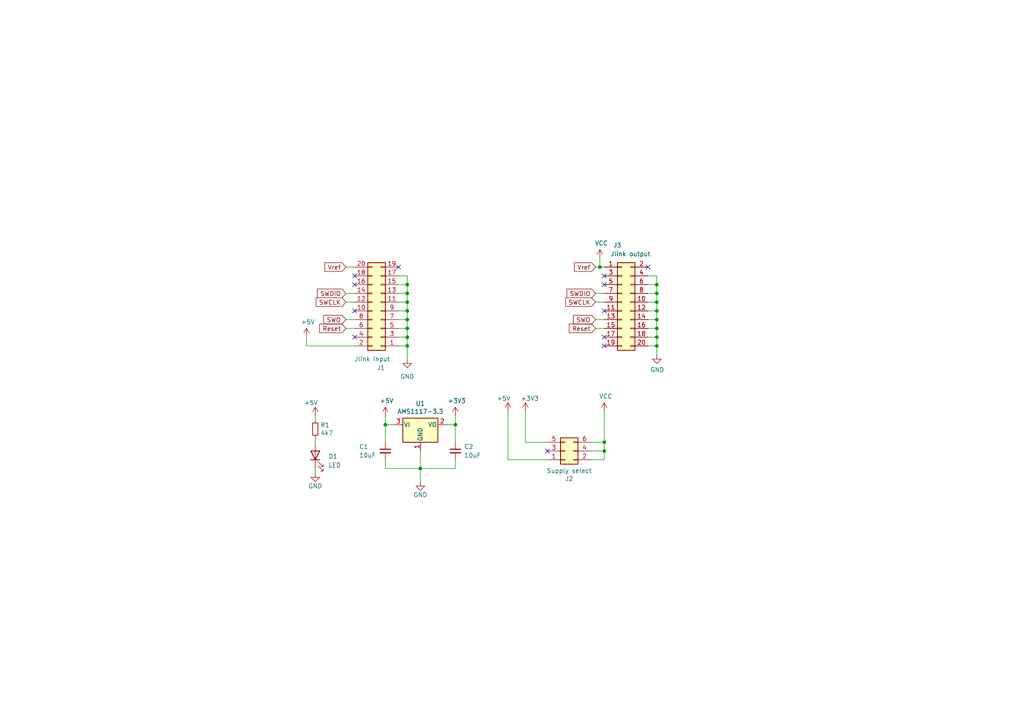
<source format=kicad_sch>
(kicad_sch (version 20211123) (generator eeschema)
  (paper "A4")
  (title_block (title "Jlink Power Supply") (date "2023-03-10") (rev "rev B") (company "Robert Haluczok"))
  (lib_symbols
    (symbol "Connector_Generic:Conn_02x03_Odd_Even" (pin_names (offset 1.016) hide)
      (property "Reference" "J" (at 1.27 5.08 0))
      (property "Value" "Conn_02x03_Odd_Even" (at 1.27 -5.08 0))
      (symbol "Conn_02x03_Odd_Even_1_1"
        (rectangle (start -1.27 -2.413) (end 0 -2.667) (stroke (width 0.1524)))
        (rectangle (start -1.27 0.127) (end 0 -0.127) (stroke (width 0.1524)))
        (rectangle (start -1.27 2.667) (end 0 2.413) (stroke (width 0.1524)))
        (rectangle (start -1.27 3.81) (end 3.81 -3.81) (stroke (width 0.254)) (fill (type background)))
        (rectangle (start 3.81 -2.413) (end 2.54 -2.667) (stroke (width 0.1524)))
        (rectangle (start 3.81 0.127) (end 2.54 -0.127) (stroke (width 0.1524)))
        (rectangle (start 3.81 2.667) (end 2.54 2.413) (stroke (width 0.1524)))
        (pin passive line (at -5.08 2.54 0) (length 3.81) (name "Pin_1") (number "1"))
        (pin passive line (at 7.62 2.54 180) (length 3.81) (name "Pin_2") (number "2"))
        (pin passive line (at -5.08 0 0) (length 3.81) (name "Pin_3") (number "3"))
        (pin passive line (at 7.62 0 180) (length 3.81) (name "Pin_4") (number "4"))
        (pin passive line (at -5.08 -2.54 0) (length 3.81) (name "Pin_5") (number "5"))
        (pin passive line (at 7.62 -2.54 180) (length 3.81) (name "Pin_6") (number "6"))
      )
    )
    (symbol "Connector_Generic:Conn_02x10_Odd_Even" (pin_names (offset 1.016) hide)
      (property "Reference" "J" (at 1.27 12.7 0))
      (property "Value" "Conn_02x10_Odd_Even" (at 1.27 -15.24 0))
      (symbol "Conn_02x10_Odd_Even_1_1"
        (rectangle (start -1.27 -12.573) (end 0 -12.827) (stroke (width 0.1524)))
        (rectangle (start -1.27 -10.033) (end 0 -10.287) (stroke (width 0.1524)))
        (rectangle (start -1.27 -7.493) (end 0 -7.747) (stroke (width 0.1524)))
        (rectangle (start -1.27 -4.953) (end 0 -5.207) (stroke (width 0.1524)))
        (rectangle (start -1.27 -2.413) (end 0 -2.667) (stroke (width 0.1524)))
        (rectangle (start -1.27 0.127) (end 0 -0.127) (stroke (width 0.1524)))
        (rectangle (start -1.27 2.667) (end 0 2.413) (stroke (width 0.1524)))
        (rectangle (start -1.27 5.207) (end 0 4.953) (stroke (width 0.1524)))
        (rectangle (start -1.27 7.747) (end 0 7.493) (stroke (width 0.1524)))
        (rectangle (start -1.27 10.287) (end 0 10.033) (stroke (width 0.1524)))
        (rectangle (start -1.27 11.43) (end 3.81 -13.97) (stroke (width 0.254)) (fill (type background)))
        (rectangle (start 3.81 -12.573) (end 2.54 -12.827) (stroke (width 0.1524)))
        (rectangle (start 3.81 -10.033) (end 2.54 -10.287) (stroke (width 0.1524)))
        (rectangle (start 3.81 -7.493) (end 2.54 -7.747) (stroke (width 0.1524)))
        (rectangle (start 3.81 -4.953) (end 2.54 -5.207) (stroke (width 0.1524)))
        (rectangle (start 3.81 -2.413) (end 2.54 -2.667) (stroke (width 0.1524)))
        (rectangle (start 3.81 0.127) (end 2.54 -0.127) (stroke (width 0.1524)))
        (rectangle (start 3.81 2.667) (end 2.54 2.413) (stroke (width 0.1524)))
        (rectangle (start 3.81 5.207) (end 2.54 4.953) (stroke (width 0.1524)))
        (rectangle (start 3.81 7.747) (end 2.54 7.493) (stroke (width 0.1524)))
        (rectangle (start 3.81 10.287) (end 2.54 10.033) (stroke (width 0.1524)))
        (pin passive line (at -5.08 10.16 0) (length 3.81) (name "Pin_1") (number "1"))
        (pin passive line (at 7.62 0 180) (length 3.81) (name "Pin_10") (number "10"))
        (pin passive line (at -5.08 -2.54 0) (length 3.81) (name "Pin_11") (number "11"))
        (pin passive line (at 7.62 -2.54 180) (length 3.81) (name "Pin_12") (number "12"))
        (pin passive line (at -5.08 -5.08 0) (length 3.81) (name "Pin_13") (number "13"))
        (pin passive line (at 7.62 -5.08 180) (length 3.81) (name "Pin_14") (number "14"))
        (pin passive line (at -5.08 -7.62 0) (length 3.81) (name "Pin_15") (number "15"))
        (pin passive line (at 7.62 -7.62 180) (length 3.81) (name "Pin_16") (number "16"))
        (pin passive line (at -5.08 -10.16 0) (length 3.81) (name "Pin_17") (number "17"))
        (pin passive line (at 7.62 -10.16 180) (length 3.81) (name "Pin_18") (number "18"))
        (pin passive line (at -5.08 -12.7 0) (length 3.81) (name "Pin_19") (number "19"))
        (pin passive line (at 7.62 10.16 180) (length 3.81) (name "Pin_2") (number "2"))
        (pin passive line (at 7.62 -12.7 180) (length 3.81) (name "Pin_20") (number "20"))
        (pin passive line (at -5.08 7.62 0) (length 3.81) (name "Pin_3") (number "3"))
        (pin passive line (at 7.62 7.62 180) (length 3.81) (name "Pin_4") (number "4"))
        (pin passive line (at -5.08 5.08 0) (length 3.81) (name "Pin_5") (number "5"))
        (pin passive line (at 7.62 5.08 180) (length 3.81) (name "Pin_6") (number "6"))
        (pin passive line (at -5.08 2.54 0) (length 3.81) (name "Pin_7") (number "7"))
        (pin passive line (at 7.62 2.54 180) (length 3.81) (name "Pin_8") (number "8"))
        (pin passive line (at -5.08 0 0) (length 3.81) (name "Pin_9") (number "9"))
      )
    )
    (symbol "Device:C_Small" (pin_numbers hide) (pin_names (offset 0.254) hide)
      (property "Reference" "C" (at 0.254 1.778 0))
      (property "Value" "C_Small" (at 0.254 -2.032 0))
      (symbol "C_Small_0_1"
        (polyline (pts (xy -1.524 -0.508) (xy 1.524 -0.508)) (stroke (width 0.3302)))
        (polyline (pts (xy -1.524 0.508) (xy 1.524 0.508)) (stroke (width 0.3048)))
      )
      (symbol "C_Small_1_1"
        (pin passive line (at 0 2.54 270) (length 2.032) (name "~") (number "1"))
        (pin passive line (at 0 -2.54 90) (length 2.032) (name "~") (number "2"))
      )
    )
    (symbol "Device:LED" (pin_numbers hide) (pin_names (offset 1.016) hide)
      (property "Reference" "D" (at 0 2.54 0))
      (property "Value" "LED" (at 0 -2.54 0))
      (symbol "LED_0_1"
        (polyline (pts (xy -1.27 -1.27) (xy -1.27 1.27)) (stroke (width 0.254)))
        (polyline (pts (xy -1.27 0) (xy 1.27 0)))
        (polyline (pts (xy 1.27 -1.27) (xy 1.27 1.27) (xy -1.27 0) (xy 1.27 -1.27)) (stroke (width 0.254)))
        (polyline (pts (xy -3.048 -0.762) (xy -4.572 -2.286) (xy -3.81 -2.286) (xy -4.572 -2.286) (xy -4.572 -1.524)))
        (polyline (pts (xy -1.778 -0.762) (xy -3.302 -2.286) (xy -2.54 -2.286) (xy -3.302 -2.286) (xy -3.302 -1.524)))
      )
      (symbol "LED_1_1"
        (pin passive line (at -3.81 0 0) (length 2.54) (name "K") (number "1"))
        (pin passive line (at 3.81 0 180) (length 2.54) (name "A") (number "2"))
      )
    )
    (symbol "Device:R_Small" (pin_numbers hide) (pin_names (offset 0.254) hide)
      (property "Reference" "R" (at 0.762 0.508 0))
      (property "Value" "R_Small" (at 0.762 -1.016 0))
      (symbol "R_Small_0_1"
        (rectangle (start -0.762 1.778) (end 0.762 -1.778) (stroke (width 0.2032)))
      )
      (symbol "R_Small_1_1"
        (pin passive line (at 0 2.54 270) (length 0.762) (name "~") (number "1"))
        (pin passive line (at 0 -2.54 90) (length 0.762) (name "~") (number "2"))
      )
    )
    (symbol "Jlink_power_supply-rescue:+3.3V-power" (power) (pin_names (offset 0))
      (property "Value" "+3.3V-power" (at 0 3.556 0))
      (symbol "+3.3V-power_0_1"
        (polyline (pts (xy -0.762 1.27) (xy 0 2.54)))
        (polyline (pts (xy 0 0) (xy 0 2.54)))
        (polyline (pts (xy 0 2.54) (xy 0.762 1.27)))
      )
      (symbol "+3.3V-power_1_1"
        (pin power_in line (at 0 0 90) (length 0) hide (name "+3V3") (number "1"))
      )
    )
    (symbol "Regulator_Linear:AMS1117-3.3" (pin_names (offset 0.254))
      (property "Reference" "U" (at -3.81 3.175 0))
      (property "Value" "AMS1117-3.3" (at 0 3.175 0))
      (symbol "AMS1117-3.3_0_1"
        (rectangle (start -5.08 -5.08) (end 5.08 1.905) (stroke (width 0.254)) (fill (type background)))
      )
      (symbol "AMS1117-3.3_1_1"
        (pin power_in line (at 0 -7.62 90) (length 2.54) (name "GND") (number "1"))
        (pin power_out line (at 7.62 0 180) (length 2.54) (name "VO") (number "2"))
        (pin power_in line (at -7.62 0 0) (length 2.54) (name "VI") (number "3"))
      )
    )
    (symbol "power:+5V" (power) (pin_names (offset 0))
      (property "Value" "+5V" (at 0 3.556 0))
      (symbol "+5V_0_1"
        (polyline (pts (xy -0.762 1.27) (xy 0 2.54)))
        (polyline (pts (xy 0 0) (xy 0 2.54)))
        (polyline (pts (xy 0 2.54) (xy 0.762 1.27)))
      )
      (symbol "+5V_1_1"
        (pin power_in line (at 0 0 90) (length 0) hide (name "+5V") (number "1"))
      )
    )
    (symbol "power:GND" (power) (pin_names (offset 0))
      (property "Value" "GND" (at 0 -3.81 0))
      (symbol "GND_0_1"
        (polyline (pts (xy 0 0) (xy 0 -1.27) (xy 1.27 -1.27) (xy 0 -2.54) (xy -1.27 -1.27) (xy 0 -1.27)))
      )
      (symbol "GND_1_1"
        (pin power_in line (at 0 0 270) (length 0) hide (name "GND") (number "1"))
      )
    )
    (symbol "power:VCC" (power) (pin_names (offset 0))
      (property "Value" "VCC" (at 0 3.81 0))
      (symbol "VCC_0_1"
        (polyline (pts (xy -0.762 1.27) (xy 0 2.54)))
        (polyline (pts (xy 0 0) (xy 0 2.54)))
        (polyline (pts (xy 0 2.54) (xy 0.762 1.27)))
      )
      (symbol "VCC_1_1"
        (pin power_in line (at 0 0 90) (length 0) hide (name "VCC") (number "1"))
      )
    )
  )
  (junction (at 173.99 77.47))
  (junction (at 175.26 128.27))
  (junction (at 118.11 92.71))
  (junction (at 118.11 100.33))
  (junction (at 190.5 92.71))
  (junction (at 190.5 97.79))
  (junction (at 118.11 82.55))
  (junction (at 190.5 87.63))
  (junction (at 121.92 135.89))
  (junction (at 118.11 97.79))
  (junction (at 118.11 87.63))
  (junction (at 132.08 123.19))
  (junction (at 190.5 100.33))
  (junction (at 190.5 95.25))
  (junction (at 190.5 90.17))
  (junction (at 118.11 95.25))
  (junction (at 118.11 90.17))
  (junction (at 118.11 85.09))
  (junction (at 190.5 82.55))
  (junction (at 111.76 123.19))
  (junction (at 190.5 85.09))
  (junction (at 175.26 130.81))
  (no_connect (at 158.75 130.81))
  (no_connect (at 175.26 82.55))
  (no_connect (at 187.96 77.47))
  (no_connect (at 175.26 90.17))
  (no_connect (at 115.57 77.47))
  (no_connect (at 175.26 100.33))
  (no_connect (at 102.87 80.01))
  (no_connect (at 102.87 90.17))
  (no_connect (at 175.26 80.01))
  (no_connect (at 102.87 97.79))
  (no_connect (at 102.87 82.55))
  (no_connect (at 175.26 97.79))
  (wire (pts (xy 190.5 100.33) (xy 190.5 102.87)))
  (wire (pts (xy 175.26 119.38) (xy 175.26 128.27)))
  (wire (pts (xy 115.57 90.17) (xy 118.11 90.17)))
  (wire (pts (xy 147.32 133.35) (xy 158.75 133.35)))
  (wire (pts (xy 111.76 133.35) (xy 111.76 135.89)))
  (wire (pts (xy 187.96 87.63) (xy 190.5 87.63)))
  (wire (pts (xy 187.96 97.79) (xy 190.5 97.79)))
  (wire (pts (xy 190.5 95.25) (xy 190.5 97.79)))
  (wire (pts (xy 88.9 100.33) (xy 88.9 97.79)))
  (wire (pts (xy 88.9 100.33) (xy 102.87 100.33)))
  (wire (pts (xy 152.4 119.38) (xy 152.4 128.27)))
  (wire (pts (xy 91.44 120.65) (xy 91.44 121.92)))
  (wire (pts (xy 175.26 128.27) (xy 171.45 128.27)))
  (wire (pts (xy 173.99 77.47) (xy 172.72 77.47)))
  (wire (pts (xy 100.33 77.47) (xy 102.87 77.47)))
  (wire (pts (xy 100.33 87.63) (xy 102.87 87.63)))
  (wire (pts (xy 115.57 85.09) (xy 118.11 85.09)))
  (wire (pts (xy 118.11 95.25) (xy 118.11 97.79)))
  (wire (pts (xy 132.08 135.89) (xy 121.92 135.89)))
  (wire (pts (xy 102.87 95.25) (xy 100.33 95.25)))
  (wire (pts (xy 100.33 92.71) (xy 102.87 92.71)))
  (wire (pts (xy 132.08 123.19) (xy 132.08 128.27)))
  (wire (pts (xy 121.92 130.81) (xy 121.92 135.89)))
  (wire (pts (xy 187.96 100.33) (xy 190.5 100.33)))
  (wire (pts (xy 118.11 80.01) (xy 118.11 82.55)))
  (wire (pts (xy 190.5 92.71) (xy 190.5 95.25)))
  (wire (pts (xy 187.96 85.09) (xy 190.5 85.09)))
  (wire (pts (xy 118.11 87.63) (xy 118.11 90.17)))
  (wire (pts (xy 190.5 80.01) (xy 190.5 82.55)))
  (wire (pts (xy 115.57 100.33) (xy 118.11 100.33)))
  (wire (pts (xy 118.11 92.71) (xy 118.11 95.25)))
  (wire (pts (xy 118.11 85.09) (xy 118.11 87.63)))
  (wire (pts (xy 187.96 90.17) (xy 190.5 90.17)))
  (wire (pts (xy 115.57 82.55) (xy 118.11 82.55)))
  (wire (pts (xy 91.44 127) (xy 91.44 128.27)))
  (wire (pts (xy 187.96 82.55) (xy 190.5 82.55)))
  (wire (pts (xy 132.08 120.65) (xy 132.08 123.19)))
  (wire (pts (xy 115.57 95.25) (xy 118.11 95.25)))
  (wire (pts (xy 132.08 123.19) (xy 129.54 123.19)))
  (wire (pts (xy 172.72 87.63) (xy 175.26 87.63)))
  (wire (pts (xy 121.92 135.89) (xy 121.92 139.7)))
  (wire (pts (xy 118.11 104.14) (xy 118.11 100.33)))
  (wire (pts (xy 190.5 90.17) (xy 190.5 92.71)))
  (wire (pts (xy 100.33 85.09) (xy 102.87 85.09)))
  (wire (pts (xy 175.26 130.81) (xy 175.26 133.35)))
  (wire (pts (xy 132.08 133.35) (xy 132.08 135.89)))
  (wire (pts (xy 115.57 97.79) (xy 118.11 97.79)))
  (wire (pts (xy 187.96 95.25) (xy 190.5 95.25)))
  (wire (pts (xy 175.26 130.81) (xy 171.45 130.81)))
  (wire (pts (xy 118.11 100.33) (xy 118.11 97.79)))
  (wire (pts (xy 175.26 128.27) (xy 175.26 130.81)))
  (wire (pts (xy 175.26 77.47) (xy 173.99 77.47)))
  (wire (pts (xy 118.11 90.17) (xy 118.11 92.71)))
  (wire (pts (xy 115.57 92.71) (xy 118.11 92.71)))
  (wire (pts (xy 111.76 123.19) (xy 111.76 128.27)))
  (wire (pts (xy 190.5 85.09) (xy 190.5 87.63)))
  (wire (pts (xy 111.76 123.19) (xy 114.3 123.19)))
  (wire (pts (xy 190.5 97.79) (xy 190.5 100.33)))
  (wire (pts (xy 147.32 119.38) (xy 147.32 133.35)))
  (wire (pts (xy 111.76 120.65) (xy 111.76 123.19)))
  (wire (pts (xy 158.75 128.27) (xy 152.4 128.27)))
  (wire (pts (xy 172.72 85.09) (xy 175.26 85.09)))
  (wire (pts (xy 190.5 82.55) (xy 190.5 85.09)))
  (wire (pts (xy 187.96 80.01) (xy 190.5 80.01)))
  (wire (pts (xy 173.99 74.93) (xy 173.99 77.47)))
  (wire (pts (xy 190.5 87.63) (xy 190.5 90.17)))
  (wire (pts (xy 172.72 92.71) (xy 175.26 92.71)))
  (wire (pts (xy 187.96 92.71) (xy 190.5 92.71)))
  (wire (pts (xy 175.26 133.35) (xy 171.45 133.35)))
  (wire (pts (xy 175.26 95.25) (xy 172.72 95.25)))
  (wire (pts (xy 115.57 80.01) (xy 118.11 80.01)))
  (wire (pts (xy 115.57 87.63) (xy 118.11 87.63)))
  (wire (pts (xy 111.76 135.89) (xy 121.92 135.89)))
  (wire (pts (xy 118.11 82.55) (xy 118.11 85.09)))
  (wire (pts (xy 91.44 135.89) (xy 91.44 137.16)))
  (global_label "Vref" (shape input) (at 172.72 77.47 180) (property "Intersheet References" "${INTERSHEET_REFS}" (effects hide)))
  (global_label "SWO" (shape input) (at 100.33 92.71 180) (property "Intersheet References" "${INTERSHEET_REFS}" (effects hide)))
  (global_label "SWDIO" (shape input) (at 100.33 85.09 180) (property "Intersheet References" "${INTERSHEET_REFS}" (effects hide)))
  (global_label "Reset" (shape input) (at 100.33 95.25 180) (property "Intersheet References" "${INTERSHEET_REFS}" (effects hide)))
  (global_label "SWCLK" (shape input) (at 100.33 87.63 180) (property "Intersheet References" "${INTERSHEET_REFS}" (effects hide)))
  (global_label "SWCLK" (shape input) (at 172.72 87.63 180) (property "Intersheet References" "${INTERSHEET_REFS}" (effects hide)))
  (global_label "SWDIO" (shape input) (at 172.72 85.09 180) (property "Intersheet References" "${INTERSHEET_REFS}" (effects hide)))
  (global_label "Reset" (shape input) (at 172.72 95.25 180) (property "Intersheet References" "${INTERSHEET_REFS}" (effects hide)))
  (global_label "SWO" (shape input) (at 172.72 92.71 180) (property "Intersheet References" "${INTERSHEET_REFS}" (effects hide)))
  (global_label "Vref" (shape input) (at 100.33 77.47 180) (property "Intersheet References" "${INTERSHEET_REFS}" (effects hide)))
  (symbol (lib_id "Jlink_power_supply-rescue:+3.3V-power") (at 152.4 119.38 0) (unit 1)
    (property "Reference" "#PWR0101" (effects hide))
    (property "Value" "+3.3V" (at 153.67 115.57 0))
  )
  (symbol (lib_id "power:+5V") (at 88.9 97.79 0) (unit 1)
    (property "Reference" "#PWR0102" (effects hide))
    (property "Value" "+5V" (at 89.281 93.3958 0))
  )
  (symbol (lib_id "Connector_Generic:Conn_02x10_Odd_Even") (at 110.49 90.17 180) (unit 1)
    (property "Reference" "J1" (at 110.49 106.68 0))
    (property "Value" "Jlink input" (at 107.95 104.14 0))
    (property "Footprint" "Connector_PinSocket_2.54mm:PinSocket_2x10_P2.54mm_Horizontal" (effects hide))
  )
  (symbol (lib_id "power:+5V") (at 147.32 119.38 0) (unit 1)
    (property "Reference" "#PWR0104" (effects hide))
    (property "Value" "+5V" (at 146.05 115.57 0))
  )
  (symbol (lib_id "power:VCC") (at 175.26 119.38 0) (unit 1)
    (property "Reference" "#PWR0105" (effects hide))
    (property "Value" "VCC" (at 175.6918 114.9858 0))
  )
  (symbol (lib_id "power:+5V") (at 111.76 120.65 0) (unit 1)
    (property "Reference" "#PWR0106" (effects hide))
    (property "Value" "+5V" (at 112.141 116.2558 0))
  )
  (symbol (lib_id "Jlink_power_supply-rescue:+3.3V-power") (at 132.08 120.65 0) (unit 1)
    (property "Reference" "#PWR0107" (effects hide))
    (property "Value" "+3.3V" (at 132.461 116.2558 0))
  )
  (symbol (lib_id "Regulator_Linear:AMS1117-3.3") (at 121.92 123.19 0) (unit 1)
    (property "Reference" "U1" (at 121.92 117.0432 0))
    (property "Value" "AMS1117-3.3" (at 121.92 119.3546 0))
    (property "Footprint" "Package_TO_SOT_SMD:SOT-223-3_TabPin2" (effects hide))
    (property "Datasheet" "http://www.advanced-monolithic.com/pdf/ds1117.pdf" (effects hide))
  )
  (symbol (lib_id "Connector_Generic:Conn_02x10_Odd_Even") (at 180.34 87.63 0) (unit 1)
    (property "Reference" "J3" (at 179.07 71.12 0))
    (property "Value" "Jlink output" (at 182.88 73.66 0))
    (property "Footprint" "Connector_IDC:IDC-Header_2x10_P2.54mm_Horizontal" (effects hide))
  )
  (symbol (lib_id "power:VCC") (at 173.99 74.93 0) (unit 1)
    (property "Reference" "#PWR0109" (effects hide))
    (property "Value" "VCC" (at 174.4218 70.5358 0))
  )
  (symbol (lib_id "power:GND") (at 190.5 102.87 0) (unit 1)
    (property "Reference" "#PWR0110" (effects hide))
    (property "Value" "GND" (at 190.627 107.2642 0))
  )
  (symbol (lib_id "Connector_Generic:Conn_02x03_Odd_Even") (at 163.83 130.81 0) (mirror x) (unit 1)
    (property "Reference" "J2" (at 165.1 138.8618 0))
    (property "Value" "Supply select" (at 165.1 136.5504 0))
    (property "Footprint" "Connector_PinHeader_2.54mm:PinHeader_2x03_P2.54mm_Vertical" (effects hide))
  )
  (symbol (lib_id "Device:R_Small") (at 91.44 124.46 180) (unit 1)
    (property "Reference" "R1" (at 92.9386 123.2916 0) (effects (justify right)))
    (property "Value" "4k7" (at 92.9386 125.603 0) (effects (justify right)))
    (property "Footprint" "Resistor_SMD:R_0805_2012Metric_Pad1.20x1.40mm_HandSolder" (effects hide))
  )
  (symbol (lib_id "Device:C_Small") (at 132.08 130.81 0) (unit 1)
    (property "Reference" "C2" (at 134.62 129.5462 0) (effects (justify left)))
    (property "Value" "10uF" (at 134.62 132.0862 0) (effects (justify left)))
    (property "Footprint" "Capacitor_SMD:C_0805_2012Metric_Pad1.18x1.45mm_HandSolder" (effects hide))
  )
  (symbol (lib_id "Device:C_Small") (at 111.76 130.81 0) (unit 1)
    (property "Reference" "C1" (at 104.14 129.54 0) (effects (justify left)))
    (property "Value" "10uF" (at 104.14 132.08 0) (effects (justify left)))
    (property "Footprint" "Capacitor_SMD:C_0805_2012Metric_Pad1.18x1.45mm_HandSolder" (effects hide))
  )
  (symbol (lib_id "power:GND") (at 91.44 137.16 0) (unit 1)
    (property "Reference" "#PWR0111" (effects hide))
    (property "Value" "GND" (at 91.44 140.97 0))
  )
  (symbol (lib_id "power:+5V") (at 91.44 120.65 0) (unit 1)
    (property "Reference" "#PWR0112" (effects hide))
    (property "Value" "+5V" (at 90.17 116.84 0))
  )
  (symbol (lib_id "power:GND") (at 118.11 104.14 0) (unit 1)
    (property "Reference" "#PWR0103" (effects hide))
    (property "Value" "GND" (at 118.11 109.22 0))
  )
  (symbol (lib_id "Device:LED") (at 91.44 132.08 90) (unit 1)
    (property "Reference" "D1" (at 95.25 132.3974 90) (effects (justify right)))
    (property "Value" "LED" (at 95.25 134.9374 90) (effects (justify right)))
    (property "Footprint" "LED_SMD:LED_0805_2012Metric_Pad1.15x1.40mm_HandSolder" (effects hide))
  )
  (symbol (lib_id "power:GND") (at 121.92 139.7 0) (unit 1)
    (property "Reference" "#PWR0108" (effects hide))
    (property "Value" "GND" (at 121.92 143.51 0))
  )
)
</source>
